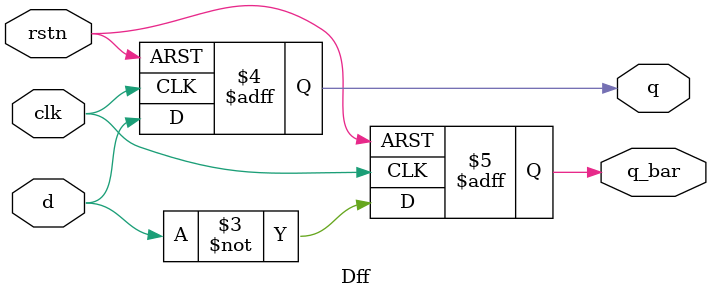
<source format=v>
module Dff(input d, rstn, clk, output reg q, q_bar);

    always @(posedge clk or negedge rstn) begin
        if (~rstn) begin
          q <= 1'b0;
          q_bar <= 1'b1;
        end
        else begin
          q <= d;
          q_bar <= ~d;
        end
    end
endmodule
</source>
